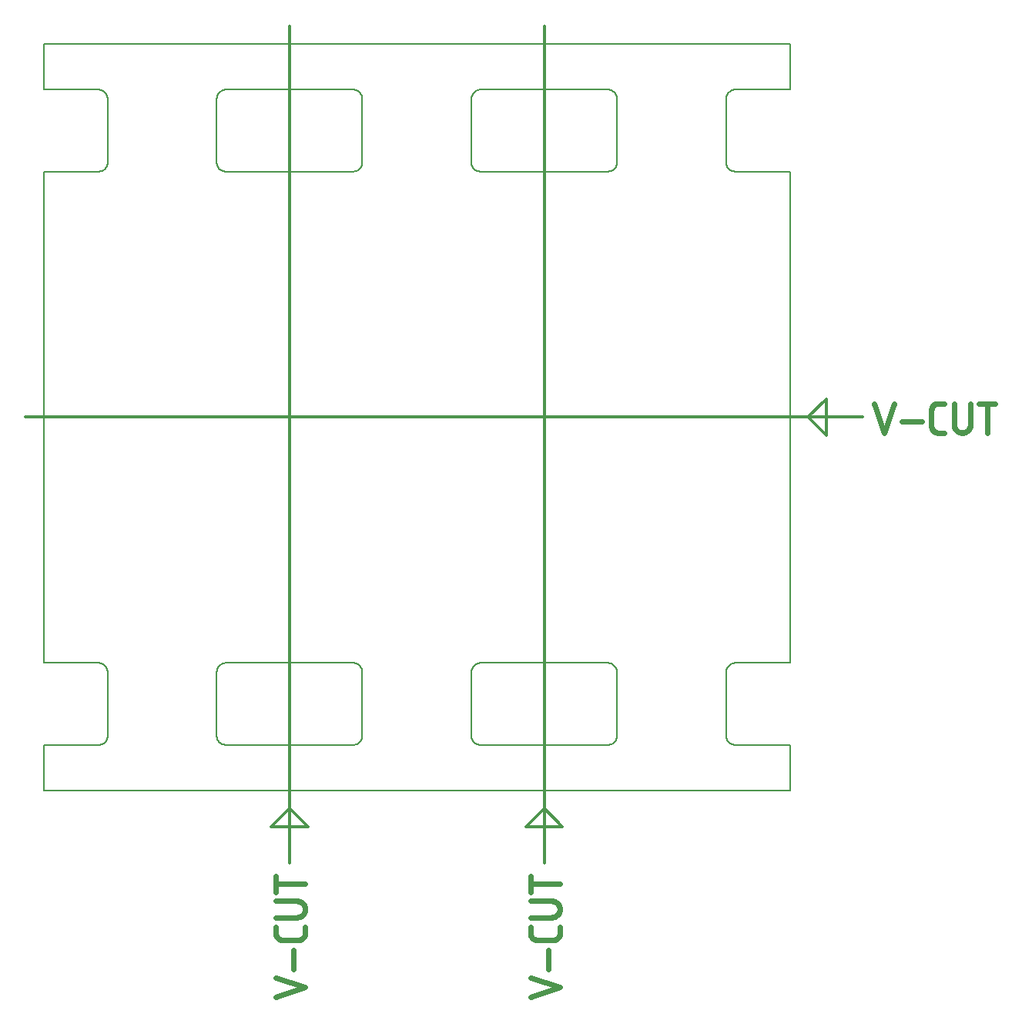
<source format=gko>
G04 EAGLE Gerber X2 export*
G75*
%MOMM*%
%FSLAX34Y34*%
%LPD*%
%AMOC8*
5,1,8,0,0,1.08239X$1,22.5*%
G01*
%ADD10C,0.152400*%
%ADD11C,0.304800*%
%ADD12C,0.584200*%


D10*
X20000Y0D02*
X840000Y0D01*
X840000Y50000D01*
X780000Y50000D01*
X779758Y50003D01*
X779517Y50012D01*
X779276Y50026D01*
X779035Y50047D01*
X778795Y50073D01*
X778555Y50105D01*
X778316Y50143D01*
X778079Y50186D01*
X777842Y50236D01*
X777607Y50291D01*
X777373Y50351D01*
X777141Y50418D01*
X776910Y50489D01*
X776681Y50567D01*
X776454Y50650D01*
X776229Y50738D01*
X776006Y50832D01*
X775786Y50931D01*
X775568Y51036D01*
X775353Y51145D01*
X775140Y51260D01*
X774930Y51380D01*
X774724Y51505D01*
X774520Y51635D01*
X774319Y51770D01*
X774122Y51910D01*
X773928Y52054D01*
X773738Y52203D01*
X773552Y52357D01*
X773369Y52515D01*
X773190Y52677D01*
X773015Y52844D01*
X772844Y53015D01*
X772677Y53190D01*
X772515Y53369D01*
X772357Y53552D01*
X772203Y53738D01*
X772054Y53928D01*
X771910Y54122D01*
X771770Y54319D01*
X771635Y54520D01*
X771505Y54724D01*
X771380Y54930D01*
X771260Y55140D01*
X771145Y55353D01*
X771036Y55568D01*
X770931Y55786D01*
X770832Y56006D01*
X770738Y56229D01*
X770650Y56454D01*
X770567Y56681D01*
X770489Y56910D01*
X770418Y57141D01*
X770351Y57373D01*
X770291Y57607D01*
X770236Y57842D01*
X770186Y58079D01*
X770143Y58316D01*
X770105Y58555D01*
X770073Y58795D01*
X770047Y59035D01*
X770026Y59276D01*
X770012Y59517D01*
X770003Y59758D01*
X770000Y60000D01*
X770000Y130000D01*
X770003Y130242D01*
X770012Y130483D01*
X770026Y130724D01*
X770047Y130965D01*
X770073Y131205D01*
X770105Y131445D01*
X770143Y131684D01*
X770186Y131921D01*
X770236Y132158D01*
X770291Y132393D01*
X770351Y132627D01*
X770418Y132859D01*
X770489Y133090D01*
X770567Y133319D01*
X770650Y133546D01*
X770738Y133771D01*
X770832Y133994D01*
X770931Y134214D01*
X771036Y134432D01*
X771145Y134647D01*
X771260Y134860D01*
X771380Y135070D01*
X771505Y135276D01*
X771635Y135480D01*
X771770Y135681D01*
X771910Y135878D01*
X772054Y136072D01*
X772203Y136262D01*
X772357Y136448D01*
X772515Y136631D01*
X772677Y136810D01*
X772844Y136985D01*
X773015Y137156D01*
X773190Y137323D01*
X773369Y137485D01*
X773552Y137643D01*
X773738Y137797D01*
X773928Y137946D01*
X774122Y138090D01*
X774319Y138230D01*
X774520Y138365D01*
X774724Y138495D01*
X774930Y138620D01*
X775140Y138740D01*
X775353Y138855D01*
X775568Y138964D01*
X775786Y139069D01*
X776006Y139168D01*
X776229Y139262D01*
X776454Y139350D01*
X776681Y139433D01*
X776910Y139511D01*
X777141Y139582D01*
X777373Y139649D01*
X777607Y139709D01*
X777842Y139764D01*
X778079Y139814D01*
X778316Y139857D01*
X778555Y139895D01*
X778795Y139927D01*
X779035Y139953D01*
X779276Y139974D01*
X779517Y139988D01*
X779758Y139997D01*
X780000Y140000D01*
X840000Y140000D01*
X840000Y680000D01*
X780000Y680000D01*
X779758Y680003D01*
X779517Y680012D01*
X779276Y680026D01*
X779035Y680047D01*
X778795Y680073D01*
X778555Y680105D01*
X778316Y680143D01*
X778079Y680186D01*
X777842Y680236D01*
X777607Y680291D01*
X777373Y680351D01*
X777141Y680418D01*
X776910Y680489D01*
X776681Y680567D01*
X776454Y680650D01*
X776229Y680738D01*
X776006Y680832D01*
X775786Y680931D01*
X775568Y681036D01*
X775353Y681145D01*
X775140Y681260D01*
X774930Y681380D01*
X774724Y681505D01*
X774520Y681635D01*
X774319Y681770D01*
X774122Y681910D01*
X773928Y682054D01*
X773738Y682203D01*
X773552Y682357D01*
X773369Y682515D01*
X773190Y682677D01*
X773015Y682844D01*
X772844Y683015D01*
X772677Y683190D01*
X772515Y683369D01*
X772357Y683552D01*
X772203Y683738D01*
X772054Y683928D01*
X771910Y684122D01*
X771770Y684319D01*
X771635Y684520D01*
X771505Y684724D01*
X771380Y684930D01*
X771260Y685140D01*
X771145Y685353D01*
X771036Y685568D01*
X770931Y685786D01*
X770832Y686006D01*
X770738Y686229D01*
X770650Y686454D01*
X770567Y686681D01*
X770489Y686910D01*
X770418Y687141D01*
X770351Y687373D01*
X770291Y687607D01*
X770236Y687842D01*
X770186Y688079D01*
X770143Y688316D01*
X770105Y688555D01*
X770073Y688795D01*
X770047Y689035D01*
X770026Y689276D01*
X770012Y689517D01*
X770003Y689758D01*
X770000Y690000D01*
X770000Y760000D01*
X770003Y760242D01*
X770012Y760483D01*
X770026Y760724D01*
X770047Y760965D01*
X770073Y761205D01*
X770105Y761445D01*
X770143Y761684D01*
X770186Y761921D01*
X770236Y762158D01*
X770291Y762393D01*
X770351Y762627D01*
X770418Y762859D01*
X770489Y763090D01*
X770567Y763319D01*
X770650Y763546D01*
X770738Y763771D01*
X770832Y763994D01*
X770931Y764214D01*
X771036Y764432D01*
X771145Y764647D01*
X771260Y764860D01*
X771380Y765070D01*
X771505Y765276D01*
X771635Y765480D01*
X771770Y765681D01*
X771910Y765878D01*
X772054Y766072D01*
X772203Y766262D01*
X772357Y766448D01*
X772515Y766631D01*
X772677Y766810D01*
X772844Y766985D01*
X773015Y767156D01*
X773190Y767323D01*
X773369Y767485D01*
X773552Y767643D01*
X773738Y767797D01*
X773928Y767946D01*
X774122Y768090D01*
X774319Y768230D01*
X774520Y768365D01*
X774724Y768495D01*
X774930Y768620D01*
X775140Y768740D01*
X775353Y768855D01*
X775568Y768964D01*
X775786Y769069D01*
X776006Y769168D01*
X776229Y769262D01*
X776454Y769350D01*
X776681Y769433D01*
X776910Y769511D01*
X777141Y769582D01*
X777373Y769649D01*
X777607Y769709D01*
X777842Y769764D01*
X778079Y769814D01*
X778316Y769857D01*
X778555Y769895D01*
X778795Y769927D01*
X779035Y769953D01*
X779276Y769974D01*
X779517Y769988D01*
X779758Y769997D01*
X780000Y770000D01*
X840000Y770000D01*
X840000Y820000D01*
X20000Y820000D01*
X20000Y770000D01*
X80000Y770000D01*
X80242Y769997D01*
X80483Y769988D01*
X80724Y769974D01*
X80965Y769953D01*
X81205Y769927D01*
X81445Y769895D01*
X81684Y769857D01*
X81921Y769814D01*
X82158Y769764D01*
X82393Y769709D01*
X82627Y769649D01*
X82859Y769582D01*
X83090Y769511D01*
X83319Y769433D01*
X83546Y769350D01*
X83771Y769262D01*
X83994Y769168D01*
X84214Y769069D01*
X84432Y768964D01*
X84647Y768855D01*
X84860Y768740D01*
X85070Y768620D01*
X85276Y768495D01*
X85480Y768365D01*
X85681Y768230D01*
X85878Y768090D01*
X86072Y767946D01*
X86262Y767797D01*
X86448Y767643D01*
X86631Y767485D01*
X86810Y767323D01*
X86985Y767156D01*
X87156Y766985D01*
X87323Y766810D01*
X87485Y766631D01*
X87643Y766448D01*
X87797Y766262D01*
X87946Y766072D01*
X88090Y765878D01*
X88230Y765681D01*
X88365Y765480D01*
X88495Y765276D01*
X88620Y765070D01*
X88740Y764860D01*
X88855Y764647D01*
X88964Y764432D01*
X89069Y764214D01*
X89168Y763994D01*
X89262Y763771D01*
X89350Y763546D01*
X89433Y763319D01*
X89511Y763090D01*
X89582Y762859D01*
X89649Y762627D01*
X89709Y762393D01*
X89764Y762158D01*
X89814Y761921D01*
X89857Y761684D01*
X89895Y761445D01*
X89927Y761205D01*
X89953Y760965D01*
X89974Y760724D01*
X89988Y760483D01*
X89997Y760242D01*
X90000Y760000D01*
X90000Y690000D01*
X89997Y689758D01*
X89988Y689517D01*
X89974Y689276D01*
X89953Y689035D01*
X89927Y688795D01*
X89895Y688555D01*
X89857Y688316D01*
X89814Y688079D01*
X89764Y687842D01*
X89709Y687607D01*
X89649Y687373D01*
X89582Y687141D01*
X89511Y686910D01*
X89433Y686681D01*
X89350Y686454D01*
X89262Y686229D01*
X89168Y686006D01*
X89069Y685786D01*
X88964Y685568D01*
X88855Y685353D01*
X88740Y685140D01*
X88620Y684930D01*
X88495Y684724D01*
X88365Y684520D01*
X88230Y684319D01*
X88090Y684122D01*
X87946Y683928D01*
X87797Y683738D01*
X87643Y683552D01*
X87485Y683369D01*
X87323Y683190D01*
X87156Y683015D01*
X86985Y682844D01*
X86810Y682677D01*
X86631Y682515D01*
X86448Y682357D01*
X86262Y682203D01*
X86072Y682054D01*
X85878Y681910D01*
X85681Y681770D01*
X85480Y681635D01*
X85276Y681505D01*
X85070Y681380D01*
X84860Y681260D01*
X84647Y681145D01*
X84432Y681036D01*
X84214Y680931D01*
X83994Y680832D01*
X83771Y680738D01*
X83546Y680650D01*
X83319Y680567D01*
X83090Y680489D01*
X82859Y680418D01*
X82627Y680351D01*
X82393Y680291D01*
X82158Y680236D01*
X81921Y680186D01*
X81684Y680143D01*
X81445Y680105D01*
X81205Y680073D01*
X80965Y680047D01*
X80724Y680026D01*
X80483Y680012D01*
X80242Y680003D01*
X80000Y680000D01*
X20000Y680000D01*
X20000Y140000D01*
X80000Y140000D01*
X80242Y139997D01*
X80483Y139988D01*
X80724Y139974D01*
X80965Y139953D01*
X81205Y139927D01*
X81445Y139895D01*
X81684Y139857D01*
X81921Y139814D01*
X82158Y139764D01*
X82393Y139709D01*
X82627Y139649D01*
X82859Y139582D01*
X83090Y139511D01*
X83319Y139433D01*
X83546Y139350D01*
X83771Y139262D01*
X83994Y139168D01*
X84214Y139069D01*
X84432Y138964D01*
X84647Y138855D01*
X84860Y138740D01*
X85070Y138620D01*
X85276Y138495D01*
X85480Y138365D01*
X85681Y138230D01*
X85878Y138090D01*
X86072Y137946D01*
X86262Y137797D01*
X86448Y137643D01*
X86631Y137485D01*
X86810Y137323D01*
X86985Y137156D01*
X87156Y136985D01*
X87323Y136810D01*
X87485Y136631D01*
X87643Y136448D01*
X87797Y136262D01*
X87946Y136072D01*
X88090Y135878D01*
X88230Y135681D01*
X88365Y135480D01*
X88495Y135276D01*
X88620Y135070D01*
X88740Y134860D01*
X88855Y134647D01*
X88964Y134432D01*
X89069Y134214D01*
X89168Y133994D01*
X89262Y133771D01*
X89350Y133546D01*
X89433Y133319D01*
X89511Y133090D01*
X89582Y132859D01*
X89649Y132627D01*
X89709Y132393D01*
X89764Y132158D01*
X89814Y131921D01*
X89857Y131684D01*
X89895Y131445D01*
X89927Y131205D01*
X89953Y130965D01*
X89974Y130724D01*
X89988Y130483D01*
X89997Y130242D01*
X90000Y130000D01*
X90000Y60000D01*
X89997Y59758D01*
X89988Y59517D01*
X89974Y59276D01*
X89953Y59035D01*
X89927Y58795D01*
X89895Y58555D01*
X89857Y58316D01*
X89814Y58079D01*
X89764Y57842D01*
X89709Y57607D01*
X89649Y57373D01*
X89582Y57141D01*
X89511Y56910D01*
X89433Y56681D01*
X89350Y56454D01*
X89262Y56229D01*
X89168Y56006D01*
X89069Y55786D01*
X88964Y55568D01*
X88855Y55353D01*
X88740Y55140D01*
X88620Y54930D01*
X88495Y54724D01*
X88365Y54520D01*
X88230Y54319D01*
X88090Y54122D01*
X87946Y53928D01*
X87797Y53738D01*
X87643Y53552D01*
X87485Y53369D01*
X87323Y53190D01*
X87156Y53015D01*
X86985Y52844D01*
X86810Y52677D01*
X86631Y52515D01*
X86448Y52357D01*
X86262Y52203D01*
X86072Y52054D01*
X85878Y51910D01*
X85681Y51770D01*
X85480Y51635D01*
X85276Y51505D01*
X85070Y51380D01*
X84860Y51260D01*
X84647Y51145D01*
X84432Y51036D01*
X84214Y50931D01*
X83994Y50832D01*
X83771Y50738D01*
X83546Y50650D01*
X83319Y50567D01*
X83090Y50489D01*
X82859Y50418D01*
X82627Y50351D01*
X82393Y50291D01*
X82158Y50236D01*
X81921Y50186D01*
X81684Y50143D01*
X81445Y50105D01*
X81205Y50073D01*
X80965Y50047D01*
X80724Y50026D01*
X80483Y50012D01*
X80242Y50003D01*
X80000Y50000D01*
X20000Y50000D01*
X20000Y0D01*
X210000Y760000D02*
X210003Y760242D01*
X210012Y760483D01*
X210026Y760724D01*
X210047Y760965D01*
X210073Y761205D01*
X210105Y761445D01*
X210143Y761684D01*
X210186Y761921D01*
X210236Y762158D01*
X210291Y762393D01*
X210351Y762627D01*
X210418Y762859D01*
X210489Y763090D01*
X210567Y763319D01*
X210650Y763546D01*
X210738Y763771D01*
X210832Y763994D01*
X210931Y764214D01*
X211036Y764432D01*
X211145Y764647D01*
X211260Y764860D01*
X211380Y765070D01*
X211505Y765276D01*
X211635Y765480D01*
X211770Y765681D01*
X211910Y765878D01*
X212054Y766072D01*
X212203Y766262D01*
X212357Y766448D01*
X212515Y766631D01*
X212677Y766810D01*
X212844Y766985D01*
X213015Y767156D01*
X213190Y767323D01*
X213369Y767485D01*
X213552Y767643D01*
X213738Y767797D01*
X213928Y767946D01*
X214122Y768090D01*
X214319Y768230D01*
X214520Y768365D01*
X214724Y768495D01*
X214930Y768620D01*
X215140Y768740D01*
X215353Y768855D01*
X215568Y768964D01*
X215786Y769069D01*
X216006Y769168D01*
X216229Y769262D01*
X216454Y769350D01*
X216681Y769433D01*
X216910Y769511D01*
X217141Y769582D01*
X217373Y769649D01*
X217607Y769709D01*
X217842Y769764D01*
X218079Y769814D01*
X218316Y769857D01*
X218555Y769895D01*
X218795Y769927D01*
X219035Y769953D01*
X219276Y769974D01*
X219517Y769988D01*
X219758Y769997D01*
X220000Y770000D01*
X210000Y760000D02*
X210000Y690000D01*
X210003Y689758D01*
X210012Y689517D01*
X210026Y689276D01*
X210047Y689035D01*
X210073Y688795D01*
X210105Y688555D01*
X210143Y688316D01*
X210186Y688079D01*
X210236Y687842D01*
X210291Y687607D01*
X210351Y687373D01*
X210418Y687141D01*
X210489Y686910D01*
X210567Y686681D01*
X210650Y686454D01*
X210738Y686229D01*
X210832Y686006D01*
X210931Y685786D01*
X211036Y685568D01*
X211145Y685353D01*
X211260Y685140D01*
X211380Y684930D01*
X211505Y684724D01*
X211635Y684520D01*
X211770Y684319D01*
X211910Y684122D01*
X212054Y683928D01*
X212203Y683738D01*
X212357Y683552D01*
X212515Y683369D01*
X212677Y683190D01*
X212844Y683015D01*
X213015Y682844D01*
X213190Y682677D01*
X213369Y682515D01*
X213552Y682357D01*
X213738Y682203D01*
X213928Y682054D01*
X214122Y681910D01*
X214319Y681770D01*
X214520Y681635D01*
X214724Y681505D01*
X214930Y681380D01*
X215140Y681260D01*
X215353Y681145D01*
X215568Y681036D01*
X215786Y680931D01*
X216006Y680832D01*
X216229Y680738D01*
X216454Y680650D01*
X216681Y680567D01*
X216910Y680489D01*
X217141Y680418D01*
X217373Y680351D01*
X217607Y680291D01*
X217842Y680236D01*
X218079Y680186D01*
X218316Y680143D01*
X218555Y680105D01*
X218795Y680073D01*
X219035Y680047D01*
X219276Y680026D01*
X219517Y680012D01*
X219758Y680003D01*
X220000Y680000D01*
X360000Y680000D01*
X360242Y680003D01*
X360483Y680012D01*
X360724Y680026D01*
X360965Y680047D01*
X361205Y680073D01*
X361445Y680105D01*
X361684Y680143D01*
X361921Y680186D01*
X362158Y680236D01*
X362393Y680291D01*
X362627Y680351D01*
X362859Y680418D01*
X363090Y680489D01*
X363319Y680567D01*
X363546Y680650D01*
X363771Y680738D01*
X363994Y680832D01*
X364214Y680931D01*
X364432Y681036D01*
X364647Y681145D01*
X364860Y681260D01*
X365070Y681380D01*
X365276Y681505D01*
X365480Y681635D01*
X365681Y681770D01*
X365878Y681910D01*
X366072Y682054D01*
X366262Y682203D01*
X366448Y682357D01*
X366631Y682515D01*
X366810Y682677D01*
X366985Y682844D01*
X367156Y683015D01*
X367323Y683190D01*
X367485Y683369D01*
X367643Y683552D01*
X367797Y683738D01*
X367946Y683928D01*
X368090Y684122D01*
X368230Y684319D01*
X368365Y684520D01*
X368495Y684724D01*
X368620Y684930D01*
X368740Y685140D01*
X368855Y685353D01*
X368964Y685568D01*
X369069Y685786D01*
X369168Y686006D01*
X369262Y686229D01*
X369350Y686454D01*
X369433Y686681D01*
X369511Y686910D01*
X369582Y687141D01*
X369649Y687373D01*
X369709Y687607D01*
X369764Y687842D01*
X369814Y688079D01*
X369857Y688316D01*
X369895Y688555D01*
X369927Y688795D01*
X369953Y689035D01*
X369974Y689276D01*
X369988Y689517D01*
X369997Y689758D01*
X370000Y690000D01*
X370000Y760000D01*
X369997Y760242D01*
X369988Y760483D01*
X369974Y760724D01*
X369953Y760965D01*
X369927Y761205D01*
X369895Y761445D01*
X369857Y761684D01*
X369814Y761921D01*
X369764Y762158D01*
X369709Y762393D01*
X369649Y762627D01*
X369582Y762859D01*
X369511Y763090D01*
X369433Y763319D01*
X369350Y763546D01*
X369262Y763771D01*
X369168Y763994D01*
X369069Y764214D01*
X368964Y764432D01*
X368855Y764647D01*
X368740Y764860D01*
X368620Y765070D01*
X368495Y765276D01*
X368365Y765480D01*
X368230Y765681D01*
X368090Y765878D01*
X367946Y766072D01*
X367797Y766262D01*
X367643Y766448D01*
X367485Y766631D01*
X367323Y766810D01*
X367156Y766985D01*
X366985Y767156D01*
X366810Y767323D01*
X366631Y767485D01*
X366448Y767643D01*
X366262Y767797D01*
X366072Y767946D01*
X365878Y768090D01*
X365681Y768230D01*
X365480Y768365D01*
X365276Y768495D01*
X365070Y768620D01*
X364860Y768740D01*
X364647Y768855D01*
X364432Y768964D01*
X364214Y769069D01*
X363994Y769168D01*
X363771Y769262D01*
X363546Y769350D01*
X363319Y769433D01*
X363090Y769511D01*
X362859Y769582D01*
X362627Y769649D01*
X362393Y769709D01*
X362158Y769764D01*
X361921Y769814D01*
X361684Y769857D01*
X361445Y769895D01*
X361205Y769927D01*
X360965Y769953D01*
X360724Y769974D01*
X360483Y769988D01*
X360242Y769997D01*
X360000Y770000D01*
X220000Y770000D01*
X490000Y760000D02*
X490003Y760242D01*
X490012Y760483D01*
X490026Y760724D01*
X490047Y760965D01*
X490073Y761205D01*
X490105Y761445D01*
X490143Y761684D01*
X490186Y761921D01*
X490236Y762158D01*
X490291Y762393D01*
X490351Y762627D01*
X490418Y762859D01*
X490489Y763090D01*
X490567Y763319D01*
X490650Y763546D01*
X490738Y763771D01*
X490832Y763994D01*
X490931Y764214D01*
X491036Y764432D01*
X491145Y764647D01*
X491260Y764860D01*
X491380Y765070D01*
X491505Y765276D01*
X491635Y765480D01*
X491770Y765681D01*
X491910Y765878D01*
X492054Y766072D01*
X492203Y766262D01*
X492357Y766448D01*
X492515Y766631D01*
X492677Y766810D01*
X492844Y766985D01*
X493015Y767156D01*
X493190Y767323D01*
X493369Y767485D01*
X493552Y767643D01*
X493738Y767797D01*
X493928Y767946D01*
X494122Y768090D01*
X494319Y768230D01*
X494520Y768365D01*
X494724Y768495D01*
X494930Y768620D01*
X495140Y768740D01*
X495353Y768855D01*
X495568Y768964D01*
X495786Y769069D01*
X496006Y769168D01*
X496229Y769262D01*
X496454Y769350D01*
X496681Y769433D01*
X496910Y769511D01*
X497141Y769582D01*
X497373Y769649D01*
X497607Y769709D01*
X497842Y769764D01*
X498079Y769814D01*
X498316Y769857D01*
X498555Y769895D01*
X498795Y769927D01*
X499035Y769953D01*
X499276Y769974D01*
X499517Y769988D01*
X499758Y769997D01*
X500000Y770000D01*
X490000Y760000D02*
X490000Y690000D01*
X490003Y689758D01*
X490012Y689517D01*
X490026Y689276D01*
X490047Y689035D01*
X490073Y688795D01*
X490105Y688555D01*
X490143Y688316D01*
X490186Y688079D01*
X490236Y687842D01*
X490291Y687607D01*
X490351Y687373D01*
X490418Y687141D01*
X490489Y686910D01*
X490567Y686681D01*
X490650Y686454D01*
X490738Y686229D01*
X490832Y686006D01*
X490931Y685786D01*
X491036Y685568D01*
X491145Y685353D01*
X491260Y685140D01*
X491380Y684930D01*
X491505Y684724D01*
X491635Y684520D01*
X491770Y684319D01*
X491910Y684122D01*
X492054Y683928D01*
X492203Y683738D01*
X492357Y683552D01*
X492515Y683369D01*
X492677Y683190D01*
X492844Y683015D01*
X493015Y682844D01*
X493190Y682677D01*
X493369Y682515D01*
X493552Y682357D01*
X493738Y682203D01*
X493928Y682054D01*
X494122Y681910D01*
X494319Y681770D01*
X494520Y681635D01*
X494724Y681505D01*
X494930Y681380D01*
X495140Y681260D01*
X495353Y681145D01*
X495568Y681036D01*
X495786Y680931D01*
X496006Y680832D01*
X496229Y680738D01*
X496454Y680650D01*
X496681Y680567D01*
X496910Y680489D01*
X497141Y680418D01*
X497373Y680351D01*
X497607Y680291D01*
X497842Y680236D01*
X498079Y680186D01*
X498316Y680143D01*
X498555Y680105D01*
X498795Y680073D01*
X499035Y680047D01*
X499276Y680026D01*
X499517Y680012D01*
X499758Y680003D01*
X500000Y680000D01*
X640000Y680000D01*
X640242Y680003D01*
X640483Y680012D01*
X640724Y680026D01*
X640965Y680047D01*
X641205Y680073D01*
X641445Y680105D01*
X641684Y680143D01*
X641921Y680186D01*
X642158Y680236D01*
X642393Y680291D01*
X642627Y680351D01*
X642859Y680418D01*
X643090Y680489D01*
X643319Y680567D01*
X643546Y680650D01*
X643771Y680738D01*
X643994Y680832D01*
X644214Y680931D01*
X644432Y681036D01*
X644647Y681145D01*
X644860Y681260D01*
X645070Y681380D01*
X645276Y681505D01*
X645480Y681635D01*
X645681Y681770D01*
X645878Y681910D01*
X646072Y682054D01*
X646262Y682203D01*
X646448Y682357D01*
X646631Y682515D01*
X646810Y682677D01*
X646985Y682844D01*
X647156Y683015D01*
X647323Y683190D01*
X647485Y683369D01*
X647643Y683552D01*
X647797Y683738D01*
X647946Y683928D01*
X648090Y684122D01*
X648230Y684319D01*
X648365Y684520D01*
X648495Y684724D01*
X648620Y684930D01*
X648740Y685140D01*
X648855Y685353D01*
X648964Y685568D01*
X649069Y685786D01*
X649168Y686006D01*
X649262Y686229D01*
X649350Y686454D01*
X649433Y686681D01*
X649511Y686910D01*
X649582Y687141D01*
X649649Y687373D01*
X649709Y687607D01*
X649764Y687842D01*
X649814Y688079D01*
X649857Y688316D01*
X649895Y688555D01*
X649927Y688795D01*
X649953Y689035D01*
X649974Y689276D01*
X649988Y689517D01*
X649997Y689758D01*
X650000Y690000D01*
X650000Y760000D01*
X649997Y760242D01*
X649988Y760483D01*
X649974Y760724D01*
X649953Y760965D01*
X649927Y761205D01*
X649895Y761445D01*
X649857Y761684D01*
X649814Y761921D01*
X649764Y762158D01*
X649709Y762393D01*
X649649Y762627D01*
X649582Y762859D01*
X649511Y763090D01*
X649433Y763319D01*
X649350Y763546D01*
X649262Y763771D01*
X649168Y763994D01*
X649069Y764214D01*
X648964Y764432D01*
X648855Y764647D01*
X648740Y764860D01*
X648620Y765070D01*
X648495Y765276D01*
X648365Y765480D01*
X648230Y765681D01*
X648090Y765878D01*
X647946Y766072D01*
X647797Y766262D01*
X647643Y766448D01*
X647485Y766631D01*
X647323Y766810D01*
X647156Y766985D01*
X646985Y767156D01*
X646810Y767323D01*
X646631Y767485D01*
X646448Y767643D01*
X646262Y767797D01*
X646072Y767946D01*
X645878Y768090D01*
X645681Y768230D01*
X645480Y768365D01*
X645276Y768495D01*
X645070Y768620D01*
X644860Y768740D01*
X644647Y768855D01*
X644432Y768964D01*
X644214Y769069D01*
X643994Y769168D01*
X643771Y769262D01*
X643546Y769350D01*
X643319Y769433D01*
X643090Y769511D01*
X642859Y769582D01*
X642627Y769649D01*
X642393Y769709D01*
X642158Y769764D01*
X641921Y769814D01*
X641684Y769857D01*
X641445Y769895D01*
X641205Y769927D01*
X640965Y769953D01*
X640724Y769974D01*
X640483Y769988D01*
X640242Y769997D01*
X640000Y770000D01*
X500000Y770000D01*
X220000Y140000D02*
X219758Y139997D01*
X219517Y139988D01*
X219276Y139974D01*
X219035Y139953D01*
X218795Y139927D01*
X218555Y139895D01*
X218316Y139857D01*
X218079Y139814D01*
X217842Y139764D01*
X217607Y139709D01*
X217373Y139649D01*
X217141Y139582D01*
X216910Y139511D01*
X216681Y139433D01*
X216454Y139350D01*
X216229Y139262D01*
X216006Y139168D01*
X215786Y139069D01*
X215568Y138964D01*
X215353Y138855D01*
X215140Y138740D01*
X214930Y138620D01*
X214724Y138495D01*
X214520Y138365D01*
X214319Y138230D01*
X214122Y138090D01*
X213928Y137946D01*
X213738Y137797D01*
X213552Y137643D01*
X213369Y137485D01*
X213190Y137323D01*
X213015Y137156D01*
X212844Y136985D01*
X212677Y136810D01*
X212515Y136631D01*
X212357Y136448D01*
X212203Y136262D01*
X212054Y136072D01*
X211910Y135878D01*
X211770Y135681D01*
X211635Y135480D01*
X211505Y135276D01*
X211380Y135070D01*
X211260Y134860D01*
X211145Y134647D01*
X211036Y134432D01*
X210931Y134214D01*
X210832Y133994D01*
X210738Y133771D01*
X210650Y133546D01*
X210567Y133319D01*
X210489Y133090D01*
X210418Y132859D01*
X210351Y132627D01*
X210291Y132393D01*
X210236Y132158D01*
X210186Y131921D01*
X210143Y131684D01*
X210105Y131445D01*
X210073Y131205D01*
X210047Y130965D01*
X210026Y130724D01*
X210012Y130483D01*
X210003Y130242D01*
X210000Y130000D01*
X210000Y60000D01*
X210003Y59758D01*
X210012Y59517D01*
X210026Y59276D01*
X210047Y59035D01*
X210073Y58795D01*
X210105Y58555D01*
X210143Y58316D01*
X210186Y58079D01*
X210236Y57842D01*
X210291Y57607D01*
X210351Y57373D01*
X210418Y57141D01*
X210489Y56910D01*
X210567Y56681D01*
X210650Y56454D01*
X210738Y56229D01*
X210832Y56006D01*
X210931Y55786D01*
X211036Y55568D01*
X211145Y55353D01*
X211260Y55140D01*
X211380Y54930D01*
X211505Y54724D01*
X211635Y54520D01*
X211770Y54319D01*
X211910Y54122D01*
X212054Y53928D01*
X212203Y53738D01*
X212357Y53552D01*
X212515Y53369D01*
X212677Y53190D01*
X212844Y53015D01*
X213015Y52844D01*
X213190Y52677D01*
X213369Y52515D01*
X213552Y52357D01*
X213738Y52203D01*
X213928Y52054D01*
X214122Y51910D01*
X214319Y51770D01*
X214520Y51635D01*
X214724Y51505D01*
X214930Y51380D01*
X215140Y51260D01*
X215353Y51145D01*
X215568Y51036D01*
X215786Y50931D01*
X216006Y50832D01*
X216229Y50738D01*
X216454Y50650D01*
X216681Y50567D01*
X216910Y50489D01*
X217141Y50418D01*
X217373Y50351D01*
X217607Y50291D01*
X217842Y50236D01*
X218079Y50186D01*
X218316Y50143D01*
X218555Y50105D01*
X218795Y50073D01*
X219035Y50047D01*
X219276Y50026D01*
X219517Y50012D01*
X219758Y50003D01*
X220000Y50000D01*
X360000Y50000D01*
X360242Y50003D01*
X360483Y50012D01*
X360724Y50026D01*
X360965Y50047D01*
X361205Y50073D01*
X361445Y50105D01*
X361684Y50143D01*
X361921Y50186D01*
X362158Y50236D01*
X362393Y50291D01*
X362627Y50351D01*
X362859Y50418D01*
X363090Y50489D01*
X363319Y50567D01*
X363546Y50650D01*
X363771Y50738D01*
X363994Y50832D01*
X364214Y50931D01*
X364432Y51036D01*
X364647Y51145D01*
X364860Y51260D01*
X365070Y51380D01*
X365276Y51505D01*
X365480Y51635D01*
X365681Y51770D01*
X365878Y51910D01*
X366072Y52054D01*
X366262Y52203D01*
X366448Y52357D01*
X366631Y52515D01*
X366810Y52677D01*
X366985Y52844D01*
X367156Y53015D01*
X367323Y53190D01*
X367485Y53369D01*
X367643Y53552D01*
X367797Y53738D01*
X367946Y53928D01*
X368090Y54122D01*
X368230Y54319D01*
X368365Y54520D01*
X368495Y54724D01*
X368620Y54930D01*
X368740Y55140D01*
X368855Y55353D01*
X368964Y55568D01*
X369069Y55786D01*
X369168Y56006D01*
X369262Y56229D01*
X369350Y56454D01*
X369433Y56681D01*
X369511Y56910D01*
X369582Y57141D01*
X369649Y57373D01*
X369709Y57607D01*
X369764Y57842D01*
X369814Y58079D01*
X369857Y58316D01*
X369895Y58555D01*
X369927Y58795D01*
X369953Y59035D01*
X369974Y59276D01*
X369988Y59517D01*
X369997Y59758D01*
X370000Y60000D01*
X370000Y130000D01*
X369997Y130242D01*
X369988Y130483D01*
X369974Y130724D01*
X369953Y130965D01*
X369927Y131205D01*
X369895Y131445D01*
X369857Y131684D01*
X369814Y131921D01*
X369764Y132158D01*
X369709Y132393D01*
X369649Y132627D01*
X369582Y132859D01*
X369511Y133090D01*
X369433Y133319D01*
X369350Y133546D01*
X369262Y133771D01*
X369168Y133994D01*
X369069Y134214D01*
X368964Y134432D01*
X368855Y134647D01*
X368740Y134860D01*
X368620Y135070D01*
X368495Y135276D01*
X368365Y135480D01*
X368230Y135681D01*
X368090Y135878D01*
X367946Y136072D01*
X367797Y136262D01*
X367643Y136448D01*
X367485Y136631D01*
X367323Y136810D01*
X367156Y136985D01*
X366985Y137156D01*
X366810Y137323D01*
X366631Y137485D01*
X366448Y137643D01*
X366262Y137797D01*
X366072Y137946D01*
X365878Y138090D01*
X365681Y138230D01*
X365480Y138365D01*
X365276Y138495D01*
X365070Y138620D01*
X364860Y138740D01*
X364647Y138855D01*
X364432Y138964D01*
X364214Y139069D01*
X363994Y139168D01*
X363771Y139262D01*
X363546Y139350D01*
X363319Y139433D01*
X363090Y139511D01*
X362859Y139582D01*
X362627Y139649D01*
X362393Y139709D01*
X362158Y139764D01*
X361921Y139814D01*
X361684Y139857D01*
X361445Y139895D01*
X361205Y139927D01*
X360965Y139953D01*
X360724Y139974D01*
X360483Y139988D01*
X360242Y139997D01*
X360000Y140000D01*
X220000Y140000D01*
X490000Y130000D02*
X490003Y130242D01*
X490012Y130483D01*
X490026Y130724D01*
X490047Y130965D01*
X490073Y131205D01*
X490105Y131445D01*
X490143Y131684D01*
X490186Y131921D01*
X490236Y132158D01*
X490291Y132393D01*
X490351Y132627D01*
X490418Y132859D01*
X490489Y133090D01*
X490567Y133319D01*
X490650Y133546D01*
X490738Y133771D01*
X490832Y133994D01*
X490931Y134214D01*
X491036Y134432D01*
X491145Y134647D01*
X491260Y134860D01*
X491380Y135070D01*
X491505Y135276D01*
X491635Y135480D01*
X491770Y135681D01*
X491910Y135878D01*
X492054Y136072D01*
X492203Y136262D01*
X492357Y136448D01*
X492515Y136631D01*
X492677Y136810D01*
X492844Y136985D01*
X493015Y137156D01*
X493190Y137323D01*
X493369Y137485D01*
X493552Y137643D01*
X493738Y137797D01*
X493928Y137946D01*
X494122Y138090D01*
X494319Y138230D01*
X494520Y138365D01*
X494724Y138495D01*
X494930Y138620D01*
X495140Y138740D01*
X495353Y138855D01*
X495568Y138964D01*
X495786Y139069D01*
X496006Y139168D01*
X496229Y139262D01*
X496454Y139350D01*
X496681Y139433D01*
X496910Y139511D01*
X497141Y139582D01*
X497373Y139649D01*
X497607Y139709D01*
X497842Y139764D01*
X498079Y139814D01*
X498316Y139857D01*
X498555Y139895D01*
X498795Y139927D01*
X499035Y139953D01*
X499276Y139974D01*
X499517Y139988D01*
X499758Y139997D01*
X500000Y140000D01*
X490000Y130000D02*
X490000Y60000D01*
X490003Y59758D01*
X490012Y59517D01*
X490026Y59276D01*
X490047Y59035D01*
X490073Y58795D01*
X490105Y58555D01*
X490143Y58316D01*
X490186Y58079D01*
X490236Y57842D01*
X490291Y57607D01*
X490351Y57373D01*
X490418Y57141D01*
X490489Y56910D01*
X490567Y56681D01*
X490650Y56454D01*
X490738Y56229D01*
X490832Y56006D01*
X490931Y55786D01*
X491036Y55568D01*
X491145Y55353D01*
X491260Y55140D01*
X491380Y54930D01*
X491505Y54724D01*
X491635Y54520D01*
X491770Y54319D01*
X491910Y54122D01*
X492054Y53928D01*
X492203Y53738D01*
X492357Y53552D01*
X492515Y53369D01*
X492677Y53190D01*
X492844Y53015D01*
X493015Y52844D01*
X493190Y52677D01*
X493369Y52515D01*
X493552Y52357D01*
X493738Y52203D01*
X493928Y52054D01*
X494122Y51910D01*
X494319Y51770D01*
X494520Y51635D01*
X494724Y51505D01*
X494930Y51380D01*
X495140Y51260D01*
X495353Y51145D01*
X495568Y51036D01*
X495786Y50931D01*
X496006Y50832D01*
X496229Y50738D01*
X496454Y50650D01*
X496681Y50567D01*
X496910Y50489D01*
X497141Y50418D01*
X497373Y50351D01*
X497607Y50291D01*
X497842Y50236D01*
X498079Y50186D01*
X498316Y50143D01*
X498555Y50105D01*
X498795Y50073D01*
X499035Y50047D01*
X499276Y50026D01*
X499517Y50012D01*
X499758Y50003D01*
X500000Y50000D01*
X640000Y50000D01*
X640242Y50003D01*
X640483Y50012D01*
X640724Y50026D01*
X640965Y50047D01*
X641205Y50073D01*
X641445Y50105D01*
X641684Y50143D01*
X641921Y50186D01*
X642158Y50236D01*
X642393Y50291D01*
X642627Y50351D01*
X642859Y50418D01*
X643090Y50489D01*
X643319Y50567D01*
X643546Y50650D01*
X643771Y50738D01*
X643994Y50832D01*
X644214Y50931D01*
X644432Y51036D01*
X644647Y51145D01*
X644860Y51260D01*
X645070Y51380D01*
X645276Y51505D01*
X645480Y51635D01*
X645681Y51770D01*
X645878Y51910D01*
X646072Y52054D01*
X646262Y52203D01*
X646448Y52357D01*
X646631Y52515D01*
X646810Y52677D01*
X646985Y52844D01*
X647156Y53015D01*
X647323Y53190D01*
X647485Y53369D01*
X647643Y53552D01*
X647797Y53738D01*
X647946Y53928D01*
X648090Y54122D01*
X648230Y54319D01*
X648365Y54520D01*
X648495Y54724D01*
X648620Y54930D01*
X648740Y55140D01*
X648855Y55353D01*
X648964Y55568D01*
X649069Y55786D01*
X649168Y56006D01*
X649262Y56229D01*
X649350Y56454D01*
X649433Y56681D01*
X649511Y56910D01*
X649582Y57141D01*
X649649Y57373D01*
X649709Y57607D01*
X649764Y57842D01*
X649814Y58079D01*
X649857Y58316D01*
X649895Y58555D01*
X649927Y58795D01*
X649953Y59035D01*
X649974Y59276D01*
X649988Y59517D01*
X649997Y59758D01*
X650000Y60000D01*
X650000Y130000D01*
X649997Y130242D01*
X649988Y130483D01*
X649974Y130724D01*
X649953Y130965D01*
X649927Y131205D01*
X649895Y131445D01*
X649857Y131684D01*
X649814Y131921D01*
X649764Y132158D01*
X649709Y132393D01*
X649649Y132627D01*
X649582Y132859D01*
X649511Y133090D01*
X649433Y133319D01*
X649350Y133546D01*
X649262Y133771D01*
X649168Y133994D01*
X649069Y134214D01*
X648964Y134432D01*
X648855Y134647D01*
X648740Y134860D01*
X648620Y135070D01*
X648495Y135276D01*
X648365Y135480D01*
X648230Y135681D01*
X648090Y135878D01*
X647946Y136072D01*
X647797Y136262D01*
X647643Y136448D01*
X647485Y136631D01*
X647323Y136810D01*
X647156Y136985D01*
X646985Y137156D01*
X646810Y137323D01*
X646631Y137485D01*
X646448Y137643D01*
X646262Y137797D01*
X646072Y137946D01*
X645878Y138090D01*
X645681Y138230D01*
X645480Y138365D01*
X645276Y138495D01*
X645070Y138620D01*
X644860Y138740D01*
X644647Y138855D01*
X644432Y138964D01*
X644214Y139069D01*
X643994Y139168D01*
X643771Y139262D01*
X643546Y139350D01*
X643319Y139433D01*
X643090Y139511D01*
X642859Y139582D01*
X642627Y139649D01*
X642393Y139709D01*
X642158Y139764D01*
X641921Y139814D01*
X641684Y139857D01*
X641445Y139895D01*
X641205Y139927D01*
X640965Y139953D01*
X640724Y139974D01*
X640483Y139988D01*
X640242Y139997D01*
X640000Y140000D01*
X500000Y140000D01*
D11*
X290000Y-20000D02*
X290000Y840000D01*
X570000Y840000D02*
X570000Y-20000D01*
X860000Y410000D02*
X0Y410000D01*
X860000Y410000D02*
X880000Y430000D01*
X880000Y390000D01*
X860000Y410000D01*
X920000Y410000D01*
X570000Y-20000D02*
X550000Y-40000D01*
X590000Y-40000D01*
X570000Y-20000D01*
X570000Y-80000D01*
X290000Y-20000D02*
X270000Y-40000D01*
X310000Y-40000D01*
X290000Y-20000D01*
X290000Y-80000D01*
D12*
X307079Y-216326D02*
X274821Y-227079D01*
X274821Y-205574D02*
X307079Y-216326D01*
X294534Y-196599D02*
X294534Y-175094D01*
X307079Y-157181D02*
X307079Y-150013D01*
X307079Y-157181D02*
X307077Y-157354D01*
X307071Y-157527D01*
X307060Y-157700D01*
X307046Y-157873D01*
X307027Y-158045D01*
X307004Y-158217D01*
X306977Y-158388D01*
X306945Y-158558D01*
X306910Y-158728D01*
X306871Y-158896D01*
X306827Y-159064D01*
X306780Y-159231D01*
X306728Y-159396D01*
X306673Y-159560D01*
X306613Y-159723D01*
X306550Y-159884D01*
X306483Y-160044D01*
X306411Y-160202D01*
X306337Y-160358D01*
X306258Y-160512D01*
X306176Y-160665D01*
X306090Y-160815D01*
X306000Y-160963D01*
X305907Y-161109D01*
X305810Y-161253D01*
X305710Y-161394D01*
X305607Y-161533D01*
X305500Y-161669D01*
X305390Y-161803D01*
X305276Y-161934D01*
X305160Y-162063D01*
X305040Y-162188D01*
X304918Y-162310D01*
X304793Y-162430D01*
X304664Y-162546D01*
X304533Y-162660D01*
X304399Y-162770D01*
X304263Y-162877D01*
X304124Y-162980D01*
X303983Y-163080D01*
X303839Y-163177D01*
X303693Y-163270D01*
X303545Y-163360D01*
X303395Y-163446D01*
X303242Y-163528D01*
X303088Y-163607D01*
X302932Y-163681D01*
X302774Y-163753D01*
X302614Y-163820D01*
X302453Y-163883D01*
X302290Y-163943D01*
X302126Y-163998D01*
X301961Y-164050D01*
X301794Y-164097D01*
X301626Y-164141D01*
X301458Y-164180D01*
X301288Y-164215D01*
X301118Y-164247D01*
X300947Y-164274D01*
X300775Y-164297D01*
X300603Y-164316D01*
X300430Y-164330D01*
X300257Y-164341D01*
X300084Y-164347D01*
X299911Y-164349D01*
X281989Y-164349D01*
X281989Y-164350D02*
X281813Y-164348D01*
X281637Y-164341D01*
X281462Y-164331D01*
X281286Y-164315D01*
X281111Y-164296D01*
X280937Y-164272D01*
X280763Y-164244D01*
X280590Y-164212D01*
X280418Y-164176D01*
X280247Y-164135D01*
X280077Y-164090D01*
X279908Y-164041D01*
X279740Y-163988D01*
X279574Y-163931D01*
X279409Y-163870D01*
X279246Y-163804D01*
X279084Y-163735D01*
X278924Y-163662D01*
X278766Y-163585D01*
X278610Y-163504D01*
X278455Y-163419D01*
X278303Y-163330D01*
X278154Y-163238D01*
X278006Y-163142D01*
X277861Y-163042D01*
X277718Y-162939D01*
X277578Y-162833D01*
X277441Y-162723D01*
X277306Y-162609D01*
X277175Y-162493D01*
X277046Y-162373D01*
X276920Y-162250D01*
X276797Y-162124D01*
X276677Y-161995D01*
X276561Y-161864D01*
X276447Y-161729D01*
X276337Y-161592D01*
X276231Y-161452D01*
X276128Y-161309D01*
X276028Y-161164D01*
X275932Y-161016D01*
X275840Y-160867D01*
X275751Y-160715D01*
X275667Y-160560D01*
X275585Y-160404D01*
X275508Y-160246D01*
X275435Y-160086D01*
X275366Y-159925D01*
X275300Y-159761D01*
X275239Y-159596D01*
X275182Y-159430D01*
X275129Y-159262D01*
X275080Y-159093D01*
X275035Y-158923D01*
X274994Y-158752D01*
X274958Y-158580D01*
X274926Y-158407D01*
X274898Y-158233D01*
X274874Y-158059D01*
X274855Y-157884D01*
X274839Y-157708D01*
X274829Y-157533D01*
X274822Y-157357D01*
X274820Y-157181D01*
X274821Y-157181D02*
X274821Y-150013D01*
X274821Y-139562D02*
X298118Y-139562D01*
X298336Y-139559D01*
X298554Y-139551D01*
X298772Y-139538D01*
X298990Y-139520D01*
X299206Y-139496D01*
X299423Y-139467D01*
X299638Y-139432D01*
X299853Y-139392D01*
X300066Y-139348D01*
X300279Y-139298D01*
X300490Y-139242D01*
X300700Y-139182D01*
X300908Y-139117D01*
X301114Y-139046D01*
X301319Y-138971D01*
X301522Y-138890D01*
X301723Y-138805D01*
X301922Y-138715D01*
X302118Y-138620D01*
X302312Y-138520D01*
X302504Y-138415D01*
X302693Y-138306D01*
X302879Y-138193D01*
X303062Y-138074D01*
X303243Y-137952D01*
X303420Y-137825D01*
X303595Y-137694D01*
X303766Y-137558D01*
X303934Y-137419D01*
X304098Y-137275D01*
X304259Y-137127D01*
X304416Y-136976D01*
X304569Y-136821D01*
X304719Y-136662D01*
X304864Y-136499D01*
X305006Y-136333D01*
X305143Y-136164D01*
X305277Y-135991D01*
X305406Y-135815D01*
X305531Y-135636D01*
X305651Y-135454D01*
X305767Y-135269D01*
X305878Y-135081D01*
X305985Y-134891D01*
X306087Y-134698D01*
X306185Y-134503D01*
X306277Y-134305D01*
X306365Y-134106D01*
X306448Y-133904D01*
X306526Y-133700D01*
X306599Y-133494D01*
X306667Y-133287D01*
X306730Y-133078D01*
X306788Y-132868D01*
X306840Y-132656D01*
X306888Y-132443D01*
X306930Y-132229D01*
X306967Y-132014D01*
X306999Y-131798D01*
X307025Y-131581D01*
X307046Y-131364D01*
X307062Y-131146D01*
X307073Y-130928D01*
X307078Y-130710D01*
X307078Y-130492D01*
X307073Y-130274D01*
X307062Y-130056D01*
X307046Y-129838D01*
X307025Y-129621D01*
X306999Y-129404D01*
X306967Y-129188D01*
X306930Y-128973D01*
X306888Y-128759D01*
X306840Y-128546D01*
X306788Y-128334D01*
X306730Y-128124D01*
X306667Y-127915D01*
X306599Y-127708D01*
X306526Y-127502D01*
X306448Y-127298D01*
X306365Y-127096D01*
X306277Y-126897D01*
X306185Y-126699D01*
X306087Y-126504D01*
X305985Y-126311D01*
X305878Y-126120D01*
X305767Y-125933D01*
X305651Y-125748D01*
X305531Y-125566D01*
X305406Y-125387D01*
X305277Y-125211D01*
X305143Y-125038D01*
X305006Y-124869D01*
X304864Y-124703D01*
X304719Y-124540D01*
X304569Y-124381D01*
X304416Y-124226D01*
X304259Y-124075D01*
X304098Y-123927D01*
X303934Y-123783D01*
X303766Y-123644D01*
X303595Y-123508D01*
X303420Y-123377D01*
X303243Y-123250D01*
X303062Y-123128D01*
X302879Y-123009D01*
X302693Y-122896D01*
X302504Y-122787D01*
X302312Y-122682D01*
X302118Y-122582D01*
X301922Y-122487D01*
X301723Y-122397D01*
X301522Y-122312D01*
X301319Y-122231D01*
X301114Y-122156D01*
X300908Y-122085D01*
X300700Y-122020D01*
X300490Y-121960D01*
X300279Y-121904D01*
X300066Y-121854D01*
X299853Y-121810D01*
X299638Y-121770D01*
X299423Y-121735D01*
X299206Y-121706D01*
X298990Y-121682D01*
X298772Y-121664D01*
X298554Y-121651D01*
X298336Y-121643D01*
X298118Y-121640D01*
X298118Y-121641D02*
X274821Y-121641D01*
X274821Y-102979D02*
X307079Y-102979D01*
X274821Y-111939D02*
X274821Y-94018D01*
X554821Y-227079D02*
X587079Y-216326D01*
X554821Y-205574D01*
X574534Y-196599D02*
X574534Y-175094D01*
X587079Y-157181D02*
X587079Y-150013D01*
X587079Y-157181D02*
X587077Y-157354D01*
X587071Y-157527D01*
X587060Y-157700D01*
X587046Y-157873D01*
X587027Y-158045D01*
X587004Y-158217D01*
X586977Y-158388D01*
X586945Y-158558D01*
X586910Y-158728D01*
X586871Y-158896D01*
X586827Y-159064D01*
X586780Y-159231D01*
X586728Y-159396D01*
X586673Y-159560D01*
X586613Y-159723D01*
X586550Y-159884D01*
X586483Y-160044D01*
X586411Y-160202D01*
X586337Y-160358D01*
X586258Y-160512D01*
X586176Y-160665D01*
X586090Y-160815D01*
X586000Y-160963D01*
X585907Y-161109D01*
X585810Y-161253D01*
X585710Y-161394D01*
X585607Y-161533D01*
X585500Y-161669D01*
X585390Y-161803D01*
X585276Y-161934D01*
X585160Y-162063D01*
X585040Y-162188D01*
X584918Y-162310D01*
X584793Y-162430D01*
X584664Y-162546D01*
X584533Y-162660D01*
X584399Y-162770D01*
X584263Y-162877D01*
X584124Y-162980D01*
X583983Y-163080D01*
X583839Y-163177D01*
X583693Y-163270D01*
X583545Y-163360D01*
X583395Y-163446D01*
X583242Y-163528D01*
X583088Y-163607D01*
X582932Y-163681D01*
X582774Y-163753D01*
X582614Y-163820D01*
X582453Y-163883D01*
X582290Y-163943D01*
X582126Y-163998D01*
X581961Y-164050D01*
X581794Y-164097D01*
X581626Y-164141D01*
X581458Y-164180D01*
X581288Y-164215D01*
X581118Y-164247D01*
X580947Y-164274D01*
X580775Y-164297D01*
X580603Y-164316D01*
X580430Y-164330D01*
X580257Y-164341D01*
X580084Y-164347D01*
X579911Y-164349D01*
X561989Y-164349D01*
X561989Y-164350D02*
X561813Y-164348D01*
X561637Y-164341D01*
X561462Y-164331D01*
X561286Y-164315D01*
X561111Y-164296D01*
X560937Y-164272D01*
X560763Y-164244D01*
X560590Y-164212D01*
X560418Y-164176D01*
X560247Y-164135D01*
X560077Y-164090D01*
X559908Y-164041D01*
X559740Y-163988D01*
X559574Y-163931D01*
X559409Y-163870D01*
X559246Y-163804D01*
X559084Y-163735D01*
X558924Y-163662D01*
X558766Y-163585D01*
X558610Y-163504D01*
X558455Y-163419D01*
X558303Y-163330D01*
X558154Y-163238D01*
X558006Y-163142D01*
X557861Y-163042D01*
X557718Y-162939D01*
X557578Y-162833D01*
X557441Y-162723D01*
X557306Y-162609D01*
X557175Y-162493D01*
X557046Y-162373D01*
X556920Y-162250D01*
X556797Y-162124D01*
X556677Y-161995D01*
X556561Y-161864D01*
X556447Y-161729D01*
X556337Y-161592D01*
X556231Y-161452D01*
X556128Y-161309D01*
X556028Y-161164D01*
X555932Y-161016D01*
X555840Y-160867D01*
X555751Y-160715D01*
X555667Y-160560D01*
X555585Y-160404D01*
X555508Y-160246D01*
X555435Y-160086D01*
X555366Y-159925D01*
X555300Y-159761D01*
X555239Y-159596D01*
X555182Y-159430D01*
X555129Y-159262D01*
X555080Y-159093D01*
X555035Y-158923D01*
X554994Y-158752D01*
X554958Y-158580D01*
X554926Y-158407D01*
X554898Y-158233D01*
X554874Y-158059D01*
X554855Y-157884D01*
X554839Y-157708D01*
X554829Y-157533D01*
X554822Y-157357D01*
X554820Y-157181D01*
X554821Y-157181D02*
X554821Y-150013D01*
X554821Y-139562D02*
X578118Y-139562D01*
X578336Y-139559D01*
X578554Y-139551D01*
X578772Y-139538D01*
X578990Y-139520D01*
X579206Y-139496D01*
X579423Y-139467D01*
X579638Y-139432D01*
X579853Y-139392D01*
X580066Y-139348D01*
X580279Y-139298D01*
X580490Y-139242D01*
X580700Y-139182D01*
X580908Y-139117D01*
X581114Y-139046D01*
X581319Y-138971D01*
X581522Y-138890D01*
X581723Y-138805D01*
X581922Y-138715D01*
X582118Y-138620D01*
X582312Y-138520D01*
X582504Y-138415D01*
X582693Y-138306D01*
X582879Y-138193D01*
X583062Y-138074D01*
X583243Y-137952D01*
X583420Y-137825D01*
X583595Y-137694D01*
X583766Y-137558D01*
X583934Y-137419D01*
X584098Y-137275D01*
X584259Y-137127D01*
X584416Y-136976D01*
X584569Y-136821D01*
X584719Y-136662D01*
X584864Y-136499D01*
X585006Y-136333D01*
X585143Y-136164D01*
X585277Y-135991D01*
X585406Y-135815D01*
X585531Y-135636D01*
X585651Y-135454D01*
X585767Y-135269D01*
X585878Y-135081D01*
X585985Y-134891D01*
X586087Y-134698D01*
X586185Y-134503D01*
X586277Y-134305D01*
X586365Y-134106D01*
X586448Y-133904D01*
X586526Y-133700D01*
X586599Y-133494D01*
X586667Y-133287D01*
X586730Y-133078D01*
X586788Y-132868D01*
X586840Y-132656D01*
X586888Y-132443D01*
X586930Y-132229D01*
X586967Y-132014D01*
X586999Y-131798D01*
X587025Y-131581D01*
X587046Y-131364D01*
X587062Y-131146D01*
X587073Y-130928D01*
X587078Y-130710D01*
X587078Y-130492D01*
X587073Y-130274D01*
X587062Y-130056D01*
X587046Y-129838D01*
X587025Y-129621D01*
X586999Y-129404D01*
X586967Y-129188D01*
X586930Y-128973D01*
X586888Y-128759D01*
X586840Y-128546D01*
X586788Y-128334D01*
X586730Y-128124D01*
X586667Y-127915D01*
X586599Y-127708D01*
X586526Y-127502D01*
X586448Y-127298D01*
X586365Y-127096D01*
X586277Y-126897D01*
X586185Y-126699D01*
X586087Y-126504D01*
X585985Y-126311D01*
X585878Y-126120D01*
X585767Y-125933D01*
X585651Y-125748D01*
X585531Y-125566D01*
X585406Y-125387D01*
X585277Y-125211D01*
X585143Y-125038D01*
X585006Y-124869D01*
X584864Y-124703D01*
X584719Y-124540D01*
X584569Y-124381D01*
X584416Y-124226D01*
X584259Y-124075D01*
X584098Y-123927D01*
X583934Y-123783D01*
X583766Y-123644D01*
X583595Y-123508D01*
X583420Y-123377D01*
X583243Y-123250D01*
X583062Y-123128D01*
X582879Y-123009D01*
X582693Y-122896D01*
X582504Y-122787D01*
X582312Y-122682D01*
X582118Y-122582D01*
X581922Y-122487D01*
X581723Y-122397D01*
X581522Y-122312D01*
X581319Y-122231D01*
X581114Y-122156D01*
X580908Y-122085D01*
X580700Y-122020D01*
X580490Y-121960D01*
X580279Y-121904D01*
X580066Y-121854D01*
X579853Y-121810D01*
X579638Y-121770D01*
X579423Y-121735D01*
X579206Y-121706D01*
X578990Y-121682D01*
X578772Y-121664D01*
X578554Y-121651D01*
X578336Y-121643D01*
X578118Y-121640D01*
X578118Y-121641D02*
X554821Y-121641D01*
X554821Y-102979D02*
X587079Y-102979D01*
X554821Y-111939D02*
X554821Y-94018D01*
X943674Y392921D02*
X932921Y425179D01*
X954426Y425179D02*
X943674Y392921D01*
X963401Y405466D02*
X984906Y405466D01*
X1002819Y392921D02*
X1009987Y392921D01*
X1002819Y392921D02*
X1002646Y392923D01*
X1002473Y392929D01*
X1002300Y392940D01*
X1002127Y392954D01*
X1001955Y392973D01*
X1001783Y392996D01*
X1001612Y393023D01*
X1001442Y393055D01*
X1001272Y393090D01*
X1001104Y393129D01*
X1000936Y393173D01*
X1000769Y393220D01*
X1000604Y393272D01*
X1000440Y393327D01*
X1000277Y393387D01*
X1000116Y393450D01*
X999956Y393517D01*
X999798Y393589D01*
X999642Y393663D01*
X999488Y393742D01*
X999335Y393824D01*
X999185Y393910D01*
X999037Y394000D01*
X998891Y394093D01*
X998747Y394190D01*
X998606Y394290D01*
X998467Y394393D01*
X998331Y394500D01*
X998197Y394610D01*
X998066Y394724D01*
X997937Y394840D01*
X997812Y394960D01*
X997690Y395082D01*
X997570Y395207D01*
X997454Y395336D01*
X997340Y395467D01*
X997230Y395601D01*
X997123Y395737D01*
X997020Y395876D01*
X996920Y396017D01*
X996823Y396161D01*
X996730Y396307D01*
X996640Y396455D01*
X996554Y396605D01*
X996472Y396758D01*
X996393Y396912D01*
X996319Y397068D01*
X996247Y397226D01*
X996180Y397386D01*
X996117Y397547D01*
X996057Y397710D01*
X996002Y397874D01*
X995950Y398039D01*
X995903Y398206D01*
X995859Y398374D01*
X995820Y398542D01*
X995785Y398712D01*
X995753Y398882D01*
X995726Y399053D01*
X995703Y399225D01*
X995684Y399397D01*
X995670Y399570D01*
X995659Y399743D01*
X995653Y399916D01*
X995651Y400089D01*
X995651Y418011D01*
X995653Y418187D01*
X995660Y418363D01*
X995670Y418538D01*
X995686Y418714D01*
X995705Y418888D01*
X995729Y419063D01*
X995757Y419236D01*
X995789Y419409D01*
X995825Y419582D01*
X995866Y419753D01*
X995911Y419923D01*
X995960Y420092D01*
X996013Y420259D01*
X996070Y420426D01*
X996131Y420591D01*
X996197Y420754D01*
X996266Y420916D01*
X996339Y421076D01*
X996416Y421234D01*
X996497Y421390D01*
X996582Y421544D01*
X996671Y421696D01*
X996763Y421846D01*
X996859Y421993D01*
X996959Y422138D01*
X997062Y422281D01*
X997168Y422421D01*
X997278Y422558D01*
X997391Y422693D01*
X997508Y422825D01*
X997628Y422954D01*
X997750Y423080D01*
X997876Y423202D01*
X998005Y423322D01*
X998137Y423439D01*
X998272Y423552D01*
X998409Y423662D01*
X998549Y423768D01*
X998692Y423871D01*
X998837Y423971D01*
X998984Y424067D01*
X999134Y424159D01*
X999286Y424248D01*
X999440Y424333D01*
X999596Y424414D01*
X999754Y424491D01*
X999914Y424564D01*
X1000076Y424633D01*
X1000239Y424699D01*
X1000404Y424760D01*
X1000571Y424817D01*
X1000738Y424870D01*
X1000907Y424919D01*
X1001077Y424964D01*
X1001248Y425005D01*
X1001421Y425041D01*
X1001594Y425073D01*
X1001767Y425101D01*
X1001942Y425125D01*
X1002116Y425144D01*
X1002292Y425160D01*
X1002467Y425170D01*
X1002643Y425177D01*
X1002819Y425179D01*
X1009987Y425179D01*
X1020438Y425179D02*
X1020438Y401882D01*
X1020441Y401664D01*
X1020449Y401446D01*
X1020462Y401228D01*
X1020480Y401010D01*
X1020504Y400794D01*
X1020533Y400577D01*
X1020568Y400362D01*
X1020608Y400147D01*
X1020652Y399934D01*
X1020702Y399721D01*
X1020758Y399510D01*
X1020818Y399300D01*
X1020883Y399092D01*
X1020954Y398886D01*
X1021029Y398681D01*
X1021110Y398478D01*
X1021195Y398277D01*
X1021285Y398078D01*
X1021380Y397882D01*
X1021480Y397688D01*
X1021585Y397496D01*
X1021694Y397307D01*
X1021807Y397121D01*
X1021926Y396938D01*
X1022048Y396757D01*
X1022175Y396580D01*
X1022306Y396405D01*
X1022442Y396234D01*
X1022581Y396066D01*
X1022725Y395902D01*
X1022873Y395741D01*
X1023024Y395584D01*
X1023179Y395431D01*
X1023338Y395281D01*
X1023501Y395136D01*
X1023667Y394994D01*
X1023836Y394857D01*
X1024009Y394723D01*
X1024185Y394594D01*
X1024364Y394469D01*
X1024546Y394349D01*
X1024731Y394233D01*
X1024919Y394122D01*
X1025109Y394015D01*
X1025302Y393913D01*
X1025497Y393815D01*
X1025695Y393723D01*
X1025894Y393635D01*
X1026096Y393552D01*
X1026300Y393474D01*
X1026506Y393401D01*
X1026713Y393333D01*
X1026922Y393270D01*
X1027132Y393212D01*
X1027344Y393160D01*
X1027557Y393112D01*
X1027771Y393070D01*
X1027986Y393033D01*
X1028202Y393001D01*
X1028419Y392975D01*
X1028636Y392954D01*
X1028854Y392938D01*
X1029072Y392927D01*
X1029290Y392922D01*
X1029508Y392922D01*
X1029726Y392927D01*
X1029944Y392938D01*
X1030162Y392954D01*
X1030379Y392975D01*
X1030596Y393001D01*
X1030812Y393033D01*
X1031027Y393070D01*
X1031241Y393112D01*
X1031454Y393160D01*
X1031666Y393212D01*
X1031876Y393270D01*
X1032085Y393333D01*
X1032292Y393401D01*
X1032498Y393474D01*
X1032702Y393552D01*
X1032904Y393635D01*
X1033103Y393723D01*
X1033301Y393815D01*
X1033496Y393913D01*
X1033689Y394015D01*
X1033880Y394122D01*
X1034067Y394233D01*
X1034252Y394349D01*
X1034434Y394469D01*
X1034613Y394594D01*
X1034789Y394723D01*
X1034962Y394857D01*
X1035131Y394994D01*
X1035297Y395136D01*
X1035460Y395281D01*
X1035619Y395431D01*
X1035774Y395584D01*
X1035925Y395741D01*
X1036073Y395902D01*
X1036217Y396066D01*
X1036356Y396234D01*
X1036492Y396405D01*
X1036623Y396580D01*
X1036750Y396757D01*
X1036872Y396938D01*
X1036991Y397121D01*
X1037104Y397307D01*
X1037213Y397496D01*
X1037318Y397688D01*
X1037418Y397882D01*
X1037513Y398078D01*
X1037603Y398277D01*
X1037688Y398478D01*
X1037769Y398681D01*
X1037844Y398886D01*
X1037915Y399092D01*
X1037980Y399300D01*
X1038040Y399510D01*
X1038096Y399721D01*
X1038146Y399934D01*
X1038190Y400147D01*
X1038230Y400362D01*
X1038265Y400577D01*
X1038294Y400794D01*
X1038318Y401010D01*
X1038336Y401228D01*
X1038349Y401446D01*
X1038357Y401664D01*
X1038360Y401882D01*
X1038359Y401882D02*
X1038359Y425179D01*
X1057021Y425179D02*
X1057021Y392921D01*
X1048061Y425179D02*
X1065982Y425179D01*
M02*

</source>
